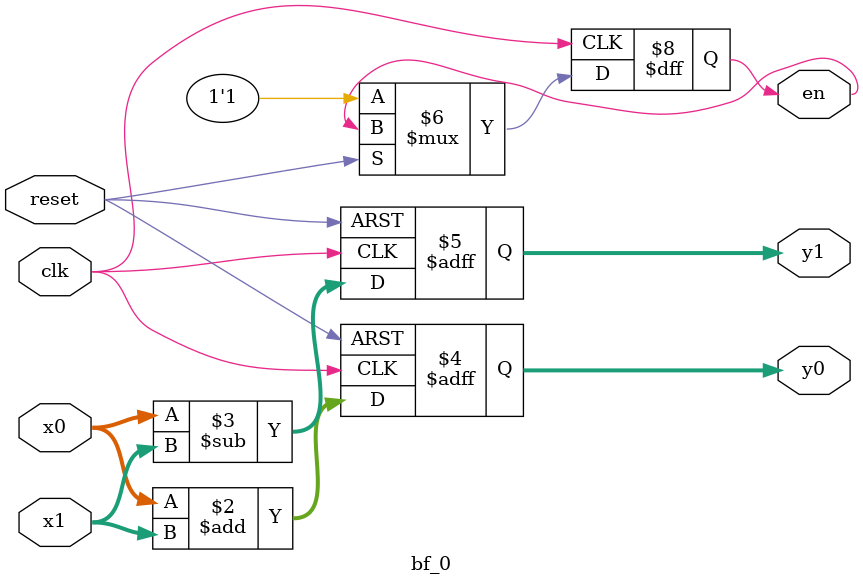
<source format=v>
`timescale 1ns / 1ps


module bf_0( input clk, reset, input signed [15:0] x0,x1, 
           output reg signed [15:0]y0,y1, output reg en

    );
    
    always @(posedge clk, posedge reset)
    begin
    if (reset)
    begin
        y0=0;
        y1=0;
    end
    else 
    begin
        y0=x0+x1;
        y1=x0-x1;
        en=1;
    
    end
    end
    
   
    
    
endmodule

</source>
